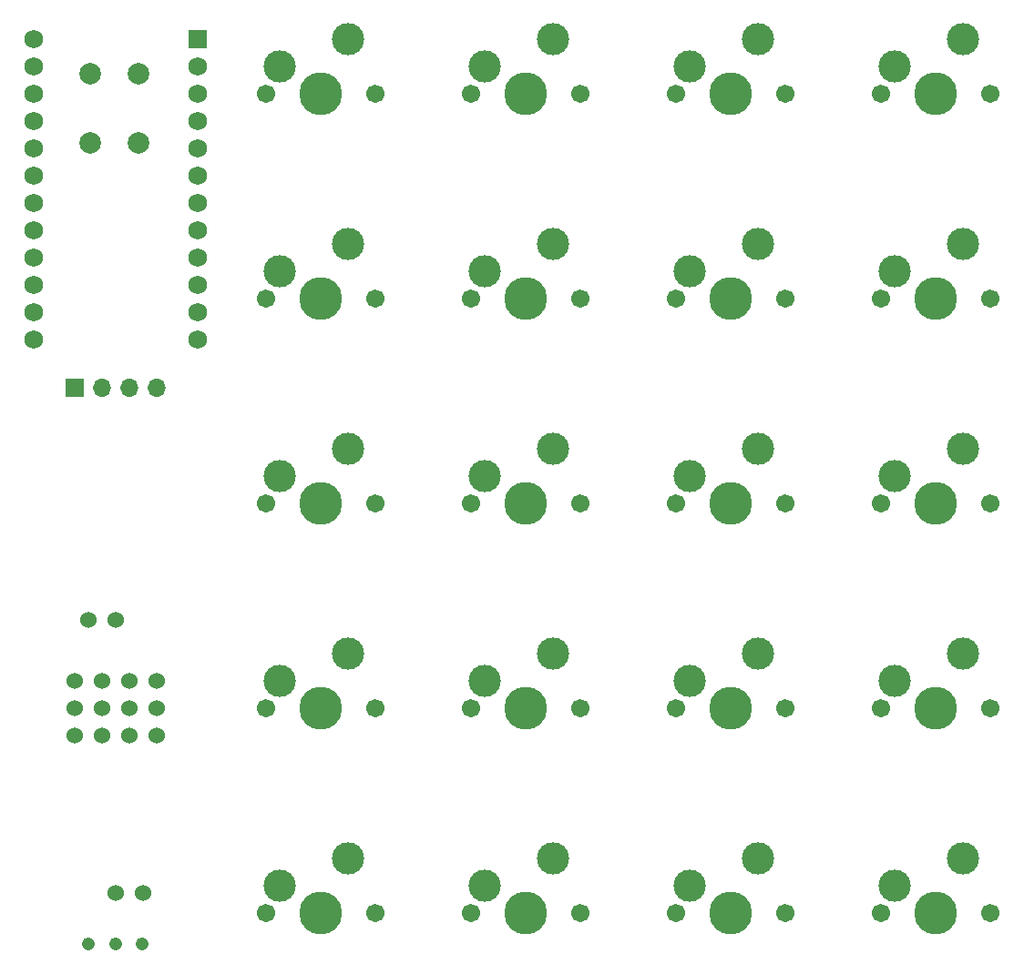
<source format=gts>
%TF.GenerationSoftware,KiCad,Pcbnew,5.1.6*%
%TF.CreationDate,2020-07-15T14:58:38+10:00*%
%TF.ProjectId,macropad_v01,6d616372-6f70-4616-945f-7630312e6b69,rev?*%
%TF.SameCoordinates,Original*%
%TF.FileFunction,Soldermask,Top*%
%TF.FilePolarity,Negative*%
%FSLAX46Y46*%
G04 Gerber Fmt 4.6, Leading zero omitted, Abs format (unit mm)*
G04 Created by KiCad (PCBNEW 5.1.6) date 2020-07-15 14:58:38*
%MOMM*%
%LPD*%
G01*
G04 APERTURE LIST*
%ADD10C,1.208000*%
%ADD11C,3.987800*%
%ADD12C,1.701800*%
%ADD13C,3.000000*%
%ADD14C,1.524000*%
%ADD15R,1.752600X1.752600*%
%ADD16C,1.752600*%
%ADD17C,2.000000*%
%ADD18R,1.700000X1.700000*%
%ADD19O,1.700000X1.700000*%
G04 APERTURE END LIST*
D10*
%TO.C,U2*%
X100250000Y-140065000D03*
X97750000Y-140065000D03*
X95250000Y-140065000D03*
%TD*%
D11*
%TO.C,K3*%
X116840000Y-99060000D03*
D12*
X111760000Y-99060000D03*
X121920000Y-99060000D03*
D13*
X119380000Y-93980000D03*
X113030000Y-96520000D03*
%TD*%
D11*
%TO.C,K2*%
X116840000Y-80010000D03*
D12*
X111760000Y-80010000D03*
X121920000Y-80010000D03*
D13*
X119380000Y-74930000D03*
X113030000Y-77470000D03*
%TD*%
D11*
%TO.C,K9*%
X135890000Y-118110000D03*
D12*
X130810000Y-118110000D03*
X140970000Y-118110000D03*
D13*
X138430000Y-113030000D03*
X132080000Y-115570000D03*
%TD*%
D14*
%TO.C,J2*%
X101600000Y-115570000D03*
X99060000Y-115570000D03*
X96520000Y-115570000D03*
X93980000Y-118110000D03*
X93980000Y-115570000D03*
X96520000Y-118110000D03*
X99060000Y-118110000D03*
X101600000Y-118110000D03*
X101600000Y-120650000D03*
X99060000Y-120650000D03*
X96520000Y-120650000D03*
X93980000Y-120650000D03*
%TD*%
%TO.C,C12*%
X97790000Y-109855000D03*
X95250000Y-109855000D03*
%TD*%
%TO.C,C11*%
X100330000Y-135255000D03*
X97790000Y-135255000D03*
%TD*%
D15*
%TO.C,U1*%
X105410000Y-55880000D03*
D16*
X105410000Y-58420000D03*
X105410000Y-60960000D03*
X105410000Y-63500000D03*
X105410000Y-66040000D03*
X105410000Y-68580000D03*
X105410000Y-71120000D03*
X105410000Y-73660000D03*
X105410000Y-76200000D03*
X105410000Y-78740000D03*
X105410000Y-81280000D03*
X90170000Y-83820000D03*
X90170000Y-81280000D03*
X90170000Y-78740000D03*
X90170000Y-76200000D03*
X90170000Y-73660000D03*
X90170000Y-71120000D03*
X90170000Y-68580000D03*
X90170000Y-66040000D03*
X90170000Y-63500000D03*
X90170000Y-60960000D03*
X90170000Y-58420000D03*
X105410000Y-83820000D03*
X90170000Y-55880000D03*
%TD*%
D17*
%TO.C,SW1*%
X99907480Y-65555000D03*
X95407480Y-65555000D03*
X99907480Y-59055000D03*
X95407480Y-59055000D03*
%TD*%
D11*
%TO.C,K20*%
X173990000Y-137160000D03*
D12*
X168910000Y-137160000D03*
X179070000Y-137160000D03*
D13*
X176530000Y-132080000D03*
X170180000Y-134620000D03*
%TD*%
D11*
%TO.C,K19*%
X173990000Y-118110000D03*
D12*
X168910000Y-118110000D03*
X179070000Y-118110000D03*
D13*
X176530000Y-113030000D03*
X170180000Y-115570000D03*
%TD*%
D11*
%TO.C,K18*%
X173990000Y-99060000D03*
D12*
X168910000Y-99060000D03*
X179070000Y-99060000D03*
D13*
X176530000Y-93980000D03*
X170180000Y-96520000D03*
%TD*%
D11*
%TO.C,K17*%
X173990000Y-80010000D03*
D12*
X168910000Y-80010000D03*
X179070000Y-80010000D03*
D13*
X176530000Y-74930000D03*
X170180000Y-77470000D03*
%TD*%
D11*
%TO.C,K16*%
X173990000Y-60960000D03*
D12*
X168910000Y-60960000D03*
X179070000Y-60960000D03*
D13*
X176530000Y-55880000D03*
X170180000Y-58420000D03*
%TD*%
D11*
%TO.C,K15*%
X154940000Y-137160000D03*
D12*
X149860000Y-137160000D03*
X160020000Y-137160000D03*
D13*
X157480000Y-132080000D03*
X151130000Y-134620000D03*
%TD*%
D11*
%TO.C,K14*%
X154940000Y-118110000D03*
D12*
X149860000Y-118110000D03*
X160020000Y-118110000D03*
D13*
X157480000Y-113030000D03*
X151130000Y-115570000D03*
%TD*%
D11*
%TO.C,K13*%
X154940000Y-99060000D03*
D12*
X149860000Y-99060000D03*
X160020000Y-99060000D03*
D13*
X157480000Y-93980000D03*
X151130000Y-96520000D03*
%TD*%
D11*
%TO.C,K12*%
X154940000Y-80010000D03*
D12*
X149860000Y-80010000D03*
X160020000Y-80010000D03*
D13*
X157480000Y-74930000D03*
X151130000Y-77470000D03*
%TD*%
D11*
%TO.C,K11*%
X154940000Y-60960000D03*
D12*
X149860000Y-60960000D03*
X160020000Y-60960000D03*
D13*
X157480000Y-55880000D03*
X151130000Y-58420000D03*
%TD*%
D11*
%TO.C,K10*%
X135890000Y-137160000D03*
D12*
X130810000Y-137160000D03*
X140970000Y-137160000D03*
D13*
X138430000Y-132080000D03*
X132080000Y-134620000D03*
%TD*%
D11*
%TO.C,K8*%
X135890000Y-99060000D03*
D12*
X130810000Y-99060000D03*
X140970000Y-99060000D03*
D13*
X138430000Y-93980000D03*
X132080000Y-96520000D03*
%TD*%
D11*
%TO.C,K7*%
X135890000Y-80010000D03*
D12*
X130810000Y-80010000D03*
X140970000Y-80010000D03*
D13*
X138430000Y-74930000D03*
X132080000Y-77470000D03*
%TD*%
D11*
%TO.C,K6*%
X135890000Y-60960000D03*
D12*
X130810000Y-60960000D03*
X140970000Y-60960000D03*
D13*
X138430000Y-55880000D03*
X132080000Y-58420000D03*
%TD*%
D11*
%TO.C,K5*%
X116840000Y-137160000D03*
D12*
X111760000Y-137160000D03*
X121920000Y-137160000D03*
D13*
X119380000Y-132080000D03*
X113030000Y-134620000D03*
%TD*%
D11*
%TO.C,K4*%
X116840000Y-118110000D03*
D12*
X111760000Y-118110000D03*
X121920000Y-118110000D03*
D13*
X119380000Y-113030000D03*
X113030000Y-115570000D03*
%TD*%
D11*
%TO.C,K1*%
X116840000Y-60960000D03*
D12*
X111760000Y-60960000D03*
X121920000Y-60960000D03*
D13*
X119380000Y-55880000D03*
X113030000Y-58420000D03*
%TD*%
D18*
%TO.C,JOLED1*%
X93980000Y-88265000D03*
D19*
X96520000Y-88265000D03*
X99060000Y-88265000D03*
X101600000Y-88265000D03*
%TD*%
M02*

</source>
